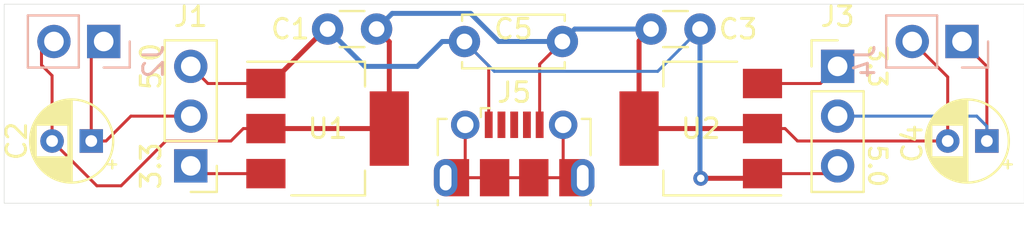
<source format=kicad_pcb>
(kicad_pcb (version 20171130) (host pcbnew "(5.1.9)-1")

  (general
    (thickness 1.6)
    (drawings 8)
    (tracks 75)
    (zones 0)
    (modules 12)
    (nets 11)
  )

  (page A4)
  (title_block
    (title "Breadboard USB power")
    (date 2019-04-16)
    (rev v01)
    (comment 4 "Author: Humza Tariq")
  )

  (layers
    (0 F.Cu jumper)
    (31 B.Cu signal)
    (36 B.SilkS user)
    (37 F.SilkS user)
    (38 B.Mask user)
    (39 F.Mask user)
    (40 Dwgs.User user hide)
    (41 Cmts.User user hide)
    (42 Eco1.User user hide)
    (43 Eco2.User user hide)
    (44 Edge.Cuts user)
    (45 Margin user hide)
    (46 B.CrtYd user hide)
    (47 F.CrtYd user hide)
    (48 B.Fab user hide)
    (49 F.Fab user hide)
  )

  (setup
    (last_trace_width 0.1524)
    (trace_clearance 0.1524)
    (zone_clearance 0.508)
    (zone_45_only no)
    (trace_min 0.1524)
    (via_size 0.6858)
    (via_drill 0.3302)
    (via_min_size 0.6858)
    (via_min_drill 0.3302)
    (uvia_size 0.3)
    (uvia_drill 0.1)
    (uvias_allowed no)
    (uvia_min_size 0.2)
    (uvia_min_drill 0.1)
    (edge_width 0.15)
    (segment_width 0.2)
    (pcb_text_width 0.3)
    (pcb_text_size 1.5 1.5)
    (mod_edge_width 0.15)
    (mod_text_size 1 1)
    (mod_text_width 0.15)
    (pad_size 1.524 1.524)
    (pad_drill 0.762)
    (pad_to_mask_clearance 0.0508)
    (solder_mask_min_width 0.25)
    (aux_axis_origin 0 0)
    (visible_elements 7FFFFFFF)
    (pcbplotparams
      (layerselection 0x010f0_ffffffff)
      (usegerberextensions true)
      (usegerberattributes false)
      (usegerberadvancedattributes false)
      (creategerberjobfile false)
      (excludeedgelayer true)
      (linewidth 0.100000)
      (plotframeref false)
      (viasonmask false)
      (mode 1)
      (useauxorigin false)
      (hpglpennumber 1)
      (hpglpenspeed 20)
      (hpglpendiameter 15.000000)
      (psnegative false)
      (psa4output false)
      (plotreference true)
      (plotvalue false)
      (plotinvisibletext false)
      (padsonsilk false)
      (subtractmaskfromsilk false)
      (outputformat 1)
      (mirror false)
      (drillshape 0)
      (scaleselection 1)
      (outputdirectory "Gerbers/"))
  )

  (net 0 "")
  (net 1 VBUS)
  (net 2 GNDREF)
  (net 3 "Net-(C2-Pad1)")
  (net 4 "Net-(C4-Pad1)")
  (net 5 "Net-(J5-Pad6)")
  (net 6 "Net-(J5-Pad2)")
  (net 7 "Net-(J5-Pad4)")
  (net 8 "Net-(J5-Pad3)")
  (net 9 "Net-(J1-Pad1)")
  (net 10 "Net-(J3-Pad1)")

  (net_class Default "This is the default net class."
    (clearance 0.1524)
    (trace_width 0.1524)
    (via_dia 0.6858)
    (via_drill 0.3302)
    (uvia_dia 0.3)
    (uvia_drill 0.1)
    (add_net GNDREF)
    (add_net "Net-(C2-Pad1)")
    (add_net "Net-(C4-Pad1)")
    (add_net "Net-(J1-Pad1)")
    (add_net "Net-(J3-Pad1)")
    (add_net "Net-(J5-Pad2)")
    (add_net "Net-(J5-Pad3)")
    (add_net "Net-(J5-Pad4)")
    (add_net "Net-(J5-Pad6)")
    (add_net VBUS)
  )

  (module Capacitor_THT:CP_Radial_D4.0mm_P2.00mm (layer F.Cu) (tedit 5AE50EF0) (tstamp 5CB81A96)
    (at 108.585 108.585 180)
    (descr "CP, Radial series, Radial, pin pitch=2.00mm, , diameter=4mm, Electrolytic Capacitor")
    (tags "CP Radial series Radial pin pitch 2.00mm  diameter 4mm Electrolytic Capacitor")
    (path /5CB65BEB)
    (fp_text reference C2 (at 3.81 0 270) (layer F.SilkS)
      (effects (font (size 1 1) (thickness 0.15)))
    )
    (fp_text value 10uF (at 1 3.25 180) (layer F.Fab)
      (effects (font (size 1 1) (thickness 0.15)))
    )
    (fp_circle (center 1 0) (end 3 0) (layer F.Fab) (width 0.1))
    (fp_circle (center 1 0) (end 3.12 0) (layer F.SilkS) (width 0.12))
    (fp_circle (center 1 0) (end 3.25 0) (layer F.CrtYd) (width 0.05))
    (fp_line (start -0.702554 -0.8675) (end -0.302554 -0.8675) (layer F.Fab) (width 0.1))
    (fp_line (start -0.502554 -1.0675) (end -0.502554 -0.6675) (layer F.Fab) (width 0.1))
    (fp_line (start 1 -2.08) (end 1 2.08) (layer F.SilkS) (width 0.12))
    (fp_line (start 1.04 -2.08) (end 1.04 2.08) (layer F.SilkS) (width 0.12))
    (fp_line (start 1.08 -2.079) (end 1.08 2.079) (layer F.SilkS) (width 0.12))
    (fp_line (start 1.12 -2.077) (end 1.12 2.077) (layer F.SilkS) (width 0.12))
    (fp_line (start 1.16 -2.074) (end 1.16 2.074) (layer F.SilkS) (width 0.12))
    (fp_line (start 1.2 -2.071) (end 1.2 -0.84) (layer F.SilkS) (width 0.12))
    (fp_line (start 1.2 0.84) (end 1.2 2.071) (layer F.SilkS) (width 0.12))
    (fp_line (start 1.24 -2.067) (end 1.24 -0.84) (layer F.SilkS) (width 0.12))
    (fp_line (start 1.24 0.84) (end 1.24 2.067) (layer F.SilkS) (width 0.12))
    (fp_line (start 1.28 -2.062) (end 1.28 -0.84) (layer F.SilkS) (width 0.12))
    (fp_line (start 1.28 0.84) (end 1.28 2.062) (layer F.SilkS) (width 0.12))
    (fp_line (start 1.32 -2.056) (end 1.32 -0.84) (layer F.SilkS) (width 0.12))
    (fp_line (start 1.32 0.84) (end 1.32 2.056) (layer F.SilkS) (width 0.12))
    (fp_line (start 1.36 -2.05) (end 1.36 -0.84) (layer F.SilkS) (width 0.12))
    (fp_line (start 1.36 0.84) (end 1.36 2.05) (layer F.SilkS) (width 0.12))
    (fp_line (start 1.4 -2.042) (end 1.4 -0.84) (layer F.SilkS) (width 0.12))
    (fp_line (start 1.4 0.84) (end 1.4 2.042) (layer F.SilkS) (width 0.12))
    (fp_line (start 1.44 -2.034) (end 1.44 -0.84) (layer F.SilkS) (width 0.12))
    (fp_line (start 1.44 0.84) (end 1.44 2.034) (layer F.SilkS) (width 0.12))
    (fp_line (start 1.48 -2.025) (end 1.48 -0.84) (layer F.SilkS) (width 0.12))
    (fp_line (start 1.48 0.84) (end 1.48 2.025) (layer F.SilkS) (width 0.12))
    (fp_line (start 1.52 -2.016) (end 1.52 -0.84) (layer F.SilkS) (width 0.12))
    (fp_line (start 1.52 0.84) (end 1.52 2.016) (layer F.SilkS) (width 0.12))
    (fp_line (start 1.56 -2.005) (end 1.56 -0.84) (layer F.SilkS) (width 0.12))
    (fp_line (start 1.56 0.84) (end 1.56 2.005) (layer F.SilkS) (width 0.12))
    (fp_line (start 1.6 -1.994) (end 1.6 -0.84) (layer F.SilkS) (width 0.12))
    (fp_line (start 1.6 0.84) (end 1.6 1.994) (layer F.SilkS) (width 0.12))
    (fp_line (start 1.64 -1.982) (end 1.64 -0.84) (layer F.SilkS) (width 0.12))
    (fp_line (start 1.64 0.84) (end 1.64 1.982) (layer F.SilkS) (width 0.12))
    (fp_line (start 1.68 -1.968) (end 1.68 -0.84) (layer F.SilkS) (width 0.12))
    (fp_line (start 1.68 0.84) (end 1.68 1.968) (layer F.SilkS) (width 0.12))
    (fp_line (start 1.721 -1.954) (end 1.721 -0.84) (layer F.SilkS) (width 0.12))
    (fp_line (start 1.721 0.84) (end 1.721 1.954) (layer F.SilkS) (width 0.12))
    (fp_line (start 1.761 -1.94) (end 1.761 -0.84) (layer F.SilkS) (width 0.12))
    (fp_line (start 1.761 0.84) (end 1.761 1.94) (layer F.SilkS) (width 0.12))
    (fp_line (start 1.801 -1.924) (end 1.801 -0.84) (layer F.SilkS) (width 0.12))
    (fp_line (start 1.801 0.84) (end 1.801 1.924) (layer F.SilkS) (width 0.12))
    (fp_line (start 1.841 -1.907) (end 1.841 -0.84) (layer F.SilkS) (width 0.12))
    (fp_line (start 1.841 0.84) (end 1.841 1.907) (layer F.SilkS) (width 0.12))
    (fp_line (start 1.881 -1.889) (end 1.881 -0.84) (layer F.SilkS) (width 0.12))
    (fp_line (start 1.881 0.84) (end 1.881 1.889) (layer F.SilkS) (width 0.12))
    (fp_line (start 1.921 -1.87) (end 1.921 -0.84) (layer F.SilkS) (width 0.12))
    (fp_line (start 1.921 0.84) (end 1.921 1.87) (layer F.SilkS) (width 0.12))
    (fp_line (start 1.961 -1.851) (end 1.961 -0.84) (layer F.SilkS) (width 0.12))
    (fp_line (start 1.961 0.84) (end 1.961 1.851) (layer F.SilkS) (width 0.12))
    (fp_line (start 2.001 -1.83) (end 2.001 -0.84) (layer F.SilkS) (width 0.12))
    (fp_line (start 2.001 0.84) (end 2.001 1.83) (layer F.SilkS) (width 0.12))
    (fp_line (start 2.041 -1.808) (end 2.041 -0.84) (layer F.SilkS) (width 0.12))
    (fp_line (start 2.041 0.84) (end 2.041 1.808) (layer F.SilkS) (width 0.12))
    (fp_line (start 2.081 -1.785) (end 2.081 -0.84) (layer F.SilkS) (width 0.12))
    (fp_line (start 2.081 0.84) (end 2.081 1.785) (layer F.SilkS) (width 0.12))
    (fp_line (start 2.121 -1.76) (end 2.121 -0.84) (layer F.SilkS) (width 0.12))
    (fp_line (start 2.121 0.84) (end 2.121 1.76) (layer F.SilkS) (width 0.12))
    (fp_line (start 2.161 -1.735) (end 2.161 -0.84) (layer F.SilkS) (width 0.12))
    (fp_line (start 2.161 0.84) (end 2.161 1.735) (layer F.SilkS) (width 0.12))
    (fp_line (start 2.201 -1.708) (end 2.201 -0.84) (layer F.SilkS) (width 0.12))
    (fp_line (start 2.201 0.84) (end 2.201 1.708) (layer F.SilkS) (width 0.12))
    (fp_line (start 2.241 -1.68) (end 2.241 -0.84) (layer F.SilkS) (width 0.12))
    (fp_line (start 2.241 0.84) (end 2.241 1.68) (layer F.SilkS) (width 0.12))
    (fp_line (start 2.281 -1.65) (end 2.281 -0.84) (layer F.SilkS) (width 0.12))
    (fp_line (start 2.281 0.84) (end 2.281 1.65) (layer F.SilkS) (width 0.12))
    (fp_line (start 2.321 -1.619) (end 2.321 -0.84) (layer F.SilkS) (width 0.12))
    (fp_line (start 2.321 0.84) (end 2.321 1.619) (layer F.SilkS) (width 0.12))
    (fp_line (start 2.361 -1.587) (end 2.361 -0.84) (layer F.SilkS) (width 0.12))
    (fp_line (start 2.361 0.84) (end 2.361 1.587) (layer F.SilkS) (width 0.12))
    (fp_line (start 2.401 -1.552) (end 2.401 -0.84) (layer F.SilkS) (width 0.12))
    (fp_line (start 2.401 0.84) (end 2.401 1.552) (layer F.SilkS) (width 0.12))
    (fp_line (start 2.441 -1.516) (end 2.441 -0.84) (layer F.SilkS) (width 0.12))
    (fp_line (start 2.441 0.84) (end 2.441 1.516) (layer F.SilkS) (width 0.12))
    (fp_line (start 2.481 -1.478) (end 2.481 -0.84) (layer F.SilkS) (width 0.12))
    (fp_line (start 2.481 0.84) (end 2.481 1.478) (layer F.SilkS) (width 0.12))
    (fp_line (start 2.521 -1.438) (end 2.521 -0.84) (layer F.SilkS) (width 0.12))
    (fp_line (start 2.521 0.84) (end 2.521 1.438) (layer F.SilkS) (width 0.12))
    (fp_line (start 2.561 -1.396) (end 2.561 -0.84) (layer F.SilkS) (width 0.12))
    (fp_line (start 2.561 0.84) (end 2.561 1.396) (layer F.SilkS) (width 0.12))
    (fp_line (start 2.601 -1.351) (end 2.601 -0.84) (layer F.SilkS) (width 0.12))
    (fp_line (start 2.601 0.84) (end 2.601 1.351) (layer F.SilkS) (width 0.12))
    (fp_line (start 2.641 -1.304) (end 2.641 -0.84) (layer F.SilkS) (width 0.12))
    (fp_line (start 2.641 0.84) (end 2.641 1.304) (layer F.SilkS) (width 0.12))
    (fp_line (start 2.681 -1.254) (end 2.681 -0.84) (layer F.SilkS) (width 0.12))
    (fp_line (start 2.681 0.84) (end 2.681 1.254) (layer F.SilkS) (width 0.12))
    (fp_line (start 2.721 -1.2) (end 2.721 -0.84) (layer F.SilkS) (width 0.12))
    (fp_line (start 2.721 0.84) (end 2.721 1.2) (layer F.SilkS) (width 0.12))
    (fp_line (start 2.761 -1.142) (end 2.761 -0.84) (layer F.SilkS) (width 0.12))
    (fp_line (start 2.761 0.84) (end 2.761 1.142) (layer F.SilkS) (width 0.12))
    (fp_line (start 2.801 -1.08) (end 2.801 -0.84) (layer F.SilkS) (width 0.12))
    (fp_line (start 2.801 0.84) (end 2.801 1.08) (layer F.SilkS) (width 0.12))
    (fp_line (start 2.841 -1.013) (end 2.841 1.013) (layer F.SilkS) (width 0.12))
    (fp_line (start 2.881 -0.94) (end 2.881 0.94) (layer F.SilkS) (width 0.12))
    (fp_line (start 2.921 -0.859) (end 2.921 0.859) (layer F.SilkS) (width 0.12))
    (fp_line (start 2.961 -0.768) (end 2.961 0.768) (layer F.SilkS) (width 0.12))
    (fp_line (start 3.001 -0.664) (end 3.001 0.664) (layer F.SilkS) (width 0.12))
    (fp_line (start 3.041 -0.537) (end 3.041 0.537) (layer F.SilkS) (width 0.12))
    (fp_line (start 3.081 -0.37) (end 3.081 0.37) (layer F.SilkS) (width 0.12))
    (fp_line (start -1.269801 -1.195) (end -0.869801 -1.195) (layer F.SilkS) (width 0.12))
    (fp_line (start -1.069801 -1.395) (end -1.069801 -0.995) (layer F.SilkS) (width 0.12))
    (fp_text user %R (at 1 0 180) (layer F.Fab)
      (effects (font (size 0.8 0.8) (thickness 0.12)))
    )
    (pad 2 thru_hole circle (at 2 0 180) (size 1.2 1.2) (drill 0.6) (layers *.Cu *.Mask)
      (net 2 GNDREF))
    (pad 1 thru_hole rect (at 0 0 180) (size 1.2 1.2) (drill 0.6) (layers *.Cu *.Mask)
      (net 3 "Net-(C2-Pad1)"))
    (model ${KISYS3DMOD}/Capacitor_THT.3dshapes/CP_Radial_D4.0mm_P2.00mm.wrl
      (at (xyz 0 0 0))
      (scale (xyz 1 1 1))
      (rotate (xyz 0 0 0))
    )
  )

  (module Capacitor_THT:C_Disc_D3.0mm_W1.6mm_P2.50mm (layer F.Cu) (tedit 5AE50EF0) (tstamp 5CC645C4)
    (at 120.65 102.87)
    (descr "C, Disc series, Radial, pin pitch=2.50mm, , diameter*width=3.0*1.6mm^2, Capacitor, http://www.vishay.com/docs/45233/krseries.pdf")
    (tags "C Disc series Radial pin pitch 2.50mm  diameter 3.0mm width 1.6mm Capacitor")
    (path /5CB54AD5)
    (fp_text reference C1 (at -1.905 0) (layer F.SilkS)
      (effects (font (size 1 1) (thickness 0.15)))
    )
    (fp_text value 0.1uF (at 1.25 2.05) (layer F.Fab)
      (effects (font (size 1 1) (thickness 0.15)))
    )
    (fp_line (start 3.55 -1.05) (end -1.05 -1.05) (layer F.CrtYd) (width 0.05))
    (fp_line (start 3.55 1.05) (end 3.55 -1.05) (layer F.CrtYd) (width 0.05))
    (fp_line (start -1.05 1.05) (end 3.55 1.05) (layer F.CrtYd) (width 0.05))
    (fp_line (start -1.05 -1.05) (end -1.05 1.05) (layer F.CrtYd) (width 0.05))
    (fp_line (start 0.621 0.92) (end 1.879 0.92) (layer F.SilkS) (width 0.12))
    (fp_line (start 0.621 -0.92) (end 1.879 -0.92) (layer F.SilkS) (width 0.12))
    (fp_line (start 2.75 -0.8) (end -0.25 -0.8) (layer F.Fab) (width 0.1))
    (fp_line (start 2.75 0.8) (end 2.75 -0.8) (layer F.Fab) (width 0.1))
    (fp_line (start -0.25 0.8) (end 2.75 0.8) (layer F.Fab) (width 0.1))
    (fp_line (start -0.25 -0.8) (end -0.25 0.8) (layer F.Fab) (width 0.1))
    (fp_text user %R (at 1.25 0) (layer F.Fab)
      (effects (font (size 0.6 0.6) (thickness 0.09)))
    )
    (pad 1 thru_hole circle (at 0 0) (size 1.6 1.6) (drill 0.8) (layers *.Cu *.Mask)
      (net 1 VBUS))
    (pad 2 thru_hole circle (at 2.5 0) (size 1.6 1.6) (drill 0.8) (layers *.Cu *.Mask)
      (net 2 GNDREF))
    (model ${KISYS3DMOD}/Capacitor_THT.3dshapes/C_Disc_D3.0mm_W1.6mm_P2.50mm.wrl
      (at (xyz 0 0 0))
      (scale (xyz 1 1 1))
      (rotate (xyz 0 0 0))
    )
  )

  (module Capacitor_THT:C_Disc_D3.0mm_W1.6mm_P2.50mm (layer F.Cu) (tedit 5AE50EF0) (tstamp 5CB6662E)
    (at 139.66 102.87 180)
    (descr "C, Disc series, Radial, pin pitch=2.50mm, , diameter*width=3.0*1.6mm^2, Capacitor, http://www.vishay.com/docs/45233/krseries.pdf")
    (tags "C Disc series Radial pin pitch 2.50mm  diameter 3.0mm width 1.6mm Capacitor")
    (path /5CB55482)
    (fp_text reference C3 (at -1.945 0 180) (layer F.SilkS)
      (effects (font (size 1 1) (thickness 0.15)))
    )
    (fp_text value 0.1uF (at 1.25 2.05 180) (layer F.Fab)
      (effects (font (size 1 1) (thickness 0.15)))
    )
    (fp_line (start -0.25 -0.8) (end -0.25 0.8) (layer F.Fab) (width 0.1))
    (fp_line (start -0.25 0.8) (end 2.75 0.8) (layer F.Fab) (width 0.1))
    (fp_line (start 2.75 0.8) (end 2.75 -0.8) (layer F.Fab) (width 0.1))
    (fp_line (start 2.75 -0.8) (end -0.25 -0.8) (layer F.Fab) (width 0.1))
    (fp_line (start 0.621 -0.92) (end 1.879 -0.92) (layer F.SilkS) (width 0.12))
    (fp_line (start 0.621 0.92) (end 1.879 0.92) (layer F.SilkS) (width 0.12))
    (fp_line (start -1.05 -1.05) (end -1.05 1.05) (layer F.CrtYd) (width 0.05))
    (fp_line (start -1.05 1.05) (end 3.55 1.05) (layer F.CrtYd) (width 0.05))
    (fp_line (start 3.55 1.05) (end 3.55 -1.05) (layer F.CrtYd) (width 0.05))
    (fp_line (start 3.55 -1.05) (end -1.05 -1.05) (layer F.CrtYd) (width 0.05))
    (fp_text user %R (at 1.25 0 180) (layer F.Fab)
      (effects (font (size 0.6 0.6) (thickness 0.09)))
    )
    (pad 2 thru_hole circle (at 2.5 0 180) (size 1.6 1.6) (drill 0.8) (layers *.Cu *.Mask)
      (net 2 GNDREF))
    (pad 1 thru_hole circle (at 0 0 180) (size 1.6 1.6) (drill 0.8) (layers *.Cu *.Mask)
      (net 1 VBUS))
    (model ${KISYS3DMOD}/Capacitor_THT.3dshapes/C_Disc_D3.0mm_W1.6mm_P2.50mm.wrl
      (at (xyz 0 0 0))
      (scale (xyz 1 1 1))
      (rotate (xyz 0 0 0))
    )
  )

  (module Capacitor_THT:CP_Radial_D4.0mm_P2.00mm (layer F.Cu) (tedit 5AE50EF0) (tstamp 5CB81CAE)
    (at 154.305 108.585 180)
    (descr "CP, Radial series, Radial, pin pitch=2.00mm, , diameter=4mm, Electrolytic Capacitor")
    (tags "CP Radial series Radial pin pitch 2.00mm  diameter 4mm Electrolytic Capacitor")
    (path /5CB65B9D)
    (fp_text reference C4 (at 3.81 -0.127 270) (layer F.SilkS)
      (effects (font (size 1 1) (thickness 0.15)))
    )
    (fp_text value 10uF (at 1 3.25 180) (layer F.Fab)
      (effects (font (size 1 1) (thickness 0.15)))
    )
    (fp_line (start -1.069801 -1.395) (end -1.069801 -0.995) (layer F.SilkS) (width 0.12))
    (fp_line (start -1.269801 -1.195) (end -0.869801 -1.195) (layer F.SilkS) (width 0.12))
    (fp_line (start 3.081 -0.37) (end 3.081 0.37) (layer F.SilkS) (width 0.12))
    (fp_line (start 3.041 -0.537) (end 3.041 0.537) (layer F.SilkS) (width 0.12))
    (fp_line (start 3.001 -0.664) (end 3.001 0.664) (layer F.SilkS) (width 0.12))
    (fp_line (start 2.961 -0.768) (end 2.961 0.768) (layer F.SilkS) (width 0.12))
    (fp_line (start 2.921 -0.859) (end 2.921 0.859) (layer F.SilkS) (width 0.12))
    (fp_line (start 2.881 -0.94) (end 2.881 0.94) (layer F.SilkS) (width 0.12))
    (fp_line (start 2.841 -1.013) (end 2.841 1.013) (layer F.SilkS) (width 0.12))
    (fp_line (start 2.801 0.84) (end 2.801 1.08) (layer F.SilkS) (width 0.12))
    (fp_line (start 2.801 -1.08) (end 2.801 -0.84) (layer F.SilkS) (width 0.12))
    (fp_line (start 2.761 0.84) (end 2.761 1.142) (layer F.SilkS) (width 0.12))
    (fp_line (start 2.761 -1.142) (end 2.761 -0.84) (layer F.SilkS) (width 0.12))
    (fp_line (start 2.721 0.84) (end 2.721 1.2) (layer F.SilkS) (width 0.12))
    (fp_line (start 2.721 -1.2) (end 2.721 -0.84) (layer F.SilkS) (width 0.12))
    (fp_line (start 2.681 0.84) (end 2.681 1.254) (layer F.SilkS) (width 0.12))
    (fp_line (start 2.681 -1.254) (end 2.681 -0.84) (layer F.SilkS) (width 0.12))
    (fp_line (start 2.641 0.84) (end 2.641 1.304) (layer F.SilkS) (width 0.12))
    (fp_line (start 2.641 -1.304) (end 2.641 -0.84) (layer F.SilkS) (width 0.12))
    (fp_line (start 2.601 0.84) (end 2.601 1.351) (layer F.SilkS) (width 0.12))
    (fp_line (start 2.601 -1.351) (end 2.601 -0.84) (layer F.SilkS) (width 0.12))
    (fp_line (start 2.561 0.84) (end 2.561 1.396) (layer F.SilkS) (width 0.12))
    (fp_line (start 2.561 -1.396) (end 2.561 -0.84) (layer F.SilkS) (width 0.12))
    (fp_line (start 2.521 0.84) (end 2.521 1.438) (layer F.SilkS) (width 0.12))
    (fp_line (start 2.521 -1.438) (end 2.521 -0.84) (layer F.SilkS) (width 0.12))
    (fp_line (start 2.481 0.84) (end 2.481 1.478) (layer F.SilkS) (width 0.12))
    (fp_line (start 2.481 -1.478) (end 2.481 -0.84) (layer F.SilkS) (width 0.12))
    (fp_line (start 2.441 0.84) (end 2.441 1.516) (layer F.SilkS) (width 0.12))
    (fp_line (start 2.441 -1.516) (end 2.441 -0.84) (layer F.SilkS) (width 0.12))
    (fp_line (start 2.401 0.84) (end 2.401 1.552) (layer F.SilkS) (width 0.12))
    (fp_line (start 2.401 -1.552) (end 2.401 -0.84) (layer F.SilkS) (width 0.12))
    (fp_line (start 2.361 0.84) (end 2.361 1.587) (layer F.SilkS) (width 0.12))
    (fp_line (start 2.361 -1.587) (end 2.361 -0.84) (layer F.SilkS) (width 0.12))
    (fp_line (start 2.321 0.84) (end 2.321 1.619) (layer F.SilkS) (width 0.12))
    (fp_line (start 2.321 -1.619) (end 2.321 -0.84) (layer F.SilkS) (width 0.12))
    (fp_line (start 2.281 0.84) (end 2.281 1.65) (layer F.SilkS) (width 0.12))
    (fp_line (start 2.281 -1.65) (end 2.281 -0.84) (layer F.SilkS) (width 0.12))
    (fp_line (start 2.241 0.84) (end 2.241 1.68) (layer F.SilkS) (width 0.12))
    (fp_line (start 2.241 -1.68) (end 2.241 -0.84) (layer F.SilkS) (width 0.12))
    (fp_line (start 2.201 0.84) (end 2.201 1.708) (layer F.SilkS) (width 0.12))
    (fp_line (start 2.201 -1.708) (end 2.201 -0.84) (layer F.SilkS) (width 0.12))
    (fp_line (start 2.161 0.84) (end 2.161 1.735) (layer F.SilkS) (width 0.12))
    (fp_line (start 2.161 -1.735) (end 2.161 -0.84) (layer F.SilkS) (width 0.12))
    (fp_line (start 2.121 0.84) (end 2.121 1.76) (layer F.SilkS) (width 0.12))
    (fp_line (start 2.121 -1.76) (end 2.121 -0.84) (layer F.SilkS) (width 0.12))
    (fp_line (start 2.081 0.84) (end 2.081 1.785) (layer F.SilkS) (width 0.12))
    (fp_line (start 2.081 -1.785) (end 2.081 -0.84) (layer F.SilkS) (width 0.12))
    (fp_line (start 2.041 0.84) (end 2.041 1.808) (layer F.SilkS) (width 0.12))
    (fp_line (start 2.041 -1.808) (end 2.041 -0.84) (layer F.SilkS) (width 0.12))
    (fp_line (start 2.001 0.84) (end 2.001 1.83) (layer F.SilkS) (width 0.12))
    (fp_line (start 2.001 -1.83) (end 2.001 -0.84) (layer F.SilkS) (width 0.12))
    (fp_line (start 1.961 0.84) (end 1.961 1.851) (layer F.SilkS) (width 0.12))
    (fp_line (start 1.961 -1.851) (end 1.961 -0.84) (layer F.SilkS) (width 0.12))
    (fp_line (start 1.921 0.84) (end 1.921 1.87) (layer F.SilkS) (width 0.12))
    (fp_line (start 1.921 -1.87) (end 1.921 -0.84) (layer F.SilkS) (width 0.12))
    (fp_line (start 1.881 0.84) (end 1.881 1.889) (layer F.SilkS) (width 0.12))
    (fp_line (start 1.881 -1.889) (end 1.881 -0.84) (layer F.SilkS) (width 0.12))
    (fp_line (start 1.841 0.84) (end 1.841 1.907) (layer F.SilkS) (width 0.12))
    (fp_line (start 1.841 -1.907) (end 1.841 -0.84) (layer F.SilkS) (width 0.12))
    (fp_line (start 1.801 0.84) (end 1.801 1.924) (layer F.SilkS) (width 0.12))
    (fp_line (start 1.801 -1.924) (end 1.801 -0.84) (layer F.SilkS) (width 0.12))
    (fp_line (start 1.761 0.84) (end 1.761 1.94) (layer F.SilkS) (width 0.12))
    (fp_line (start 1.761 -1.94) (end 1.761 -0.84) (layer F.SilkS) (width 0.12))
    (fp_line (start 1.721 0.84) (end 1.721 1.954) (layer F.SilkS) (width 0.12))
    (fp_line (start 1.721 -1.954) (end 1.721 -0.84) (layer F.SilkS) (width 0.12))
    (fp_line (start 1.68 0.84) (end 1.68 1.968) (layer F.SilkS) (width 0.12))
    (fp_line (start 1.68 -1.968) (end 1.68 -0.84) (layer F.SilkS) (width 0.12))
    (fp_line (start 1.64 0.84) (end 1.64 1.982) (layer F.SilkS) (width 0.12))
    (fp_line (start 1.64 -1.982) (end 1.64 -0.84) (layer F.SilkS) (width 0.12))
    (fp_line (start 1.6 0.84) (end 1.6 1.994) (layer F.SilkS) (width 0.12))
    (fp_line (start 1.6 -1.994) (end 1.6 -0.84) (layer F.SilkS) (width 0.12))
    (fp_line (start 1.56 0.84) (end 1.56 2.005) (layer F.SilkS) (width 0.12))
    (fp_line (start 1.56 -2.005) (end 1.56 -0.84) (layer F.SilkS) (width 0.12))
    (fp_line (start 1.52 0.84) (end 1.52 2.016) (layer F.SilkS) (width 0.12))
    (fp_line (start 1.52 -2.016) (end 1.52 -0.84) (layer F.SilkS) (width 0.12))
    (fp_line (start 1.48 0.84) (end 1.48 2.025) (layer F.SilkS) (width 0.12))
    (fp_line (start 1.48 -2.025) (end 1.48 -0.84) (layer F.SilkS) (width 0.12))
    (fp_line (start 1.44 0.84) (end 1.44 2.034) (layer F.SilkS) (width 0.12))
    (fp_line (start 1.44 -2.034) (end 1.44 -0.84) (layer F.SilkS) (width 0.12))
    (fp_line (start 1.4 0.84) (end 1.4 2.042) (layer F.SilkS) (width 0.12))
    (fp_line (start 1.4 -2.042) (end 1.4 -0.84) (layer F.SilkS) (width 0.12))
    (fp_line (start 1.36 0.84) (end 1.36 2.05) (layer F.SilkS) (width 0.12))
    (fp_line (start 1.36 -2.05) (end 1.36 -0.84) (layer F.SilkS) (width 0.12))
    (fp_line (start 1.32 0.84) (end 1.32 2.056) (layer F.SilkS) (width 0.12))
    (fp_line (start 1.32 -2.056) (end 1.32 -0.84) (layer F.SilkS) (width 0.12))
    (fp_line (start 1.28 0.84) (end 1.28 2.062) (layer F.SilkS) (width 0.12))
    (fp_line (start 1.28 -2.062) (end 1.28 -0.84) (layer F.SilkS) (width 0.12))
    (fp_line (start 1.24 0.84) (end 1.24 2.067) (layer F.SilkS) (width 0.12))
    (fp_line (start 1.24 -2.067) (end 1.24 -0.84) (layer F.SilkS) (width 0.12))
    (fp_line (start 1.2 0.84) (end 1.2 2.071) (layer F.SilkS) (width 0.12))
    (fp_line (start 1.2 -2.071) (end 1.2 -0.84) (layer F.SilkS) (width 0.12))
    (fp_line (start 1.16 -2.074) (end 1.16 2.074) (layer F.SilkS) (width 0.12))
    (fp_line (start 1.12 -2.077) (end 1.12 2.077) (layer F.SilkS) (width 0.12))
    (fp_line (start 1.08 -2.079) (end 1.08 2.079) (layer F.SilkS) (width 0.12))
    (fp_line (start 1.04 -2.08) (end 1.04 2.08) (layer F.SilkS) (width 0.12))
    (fp_line (start 1 -2.08) (end 1 2.08) (layer F.SilkS) (width 0.12))
    (fp_line (start -0.502554 -1.0675) (end -0.502554 -0.6675) (layer F.Fab) (width 0.1))
    (fp_line (start -0.702554 -0.8675) (end -0.302554 -0.8675) (layer F.Fab) (width 0.1))
    (fp_circle (center 1 0) (end 3.25 0) (layer F.CrtYd) (width 0.05))
    (fp_circle (center 1 0) (end 3.12 0) (layer F.SilkS) (width 0.12))
    (fp_circle (center 1 0) (end 3 0) (layer F.Fab) (width 0.1))
    (fp_text user %R (at 1 0 180) (layer F.Fab)
      (effects (font (size 0.8 0.8) (thickness 0.12)))
    )
    (pad 1 thru_hole rect (at 0 0 180) (size 1.2 1.2) (drill 0.6) (layers *.Cu *.Mask)
      (net 4 "Net-(C4-Pad1)"))
    (pad 2 thru_hole circle (at 2 0 180) (size 1.2 1.2) (drill 0.6) (layers *.Cu *.Mask)
      (net 2 GNDREF))
    (model ${KISYS3DMOD}/Capacitor_THT.3dshapes/CP_Radial_D4.0mm_P2.00mm.wrl
      (at (xyz 0 0 0))
      (scale (xyz 1 1 1))
      (rotate (xyz 0 0 0))
    )
  )

  (module Capacitor_THT:C_Disc_D5.0mm_W2.5mm_P5.00mm (layer F.Cu) (tedit 5AE50EF0) (tstamp 5CC67F6C)
    (at 127.635 103.505)
    (descr "C, Disc series, Radial, pin pitch=5.00mm, , diameter*width=5*2.5mm^2, Capacitor, http://cdn-reichelt.de/documents/datenblatt/B300/DS_KERKO_TC.pdf")
    (tags "C Disc series Radial pin pitch 5.00mm  diameter 5mm width 2.5mm Capacitor")
    (path /5CB6301A)
    (fp_text reference C5 (at 2.5 -0.635) (layer F.SilkS)
      (effects (font (size 1 1) (thickness 0.15)))
    )
    (fp_text value 0.1uF (at 2.5 2.5) (layer F.Fab)
      (effects (font (size 1 1) (thickness 0.15)))
    )
    (fp_line (start 6.05 -1.5) (end -1.05 -1.5) (layer F.CrtYd) (width 0.05))
    (fp_line (start 6.05 1.5) (end 6.05 -1.5) (layer F.CrtYd) (width 0.05))
    (fp_line (start -1.05 1.5) (end 6.05 1.5) (layer F.CrtYd) (width 0.05))
    (fp_line (start -1.05 -1.5) (end -1.05 1.5) (layer F.CrtYd) (width 0.05))
    (fp_line (start 5.12 1.055) (end 5.12 1.37) (layer F.SilkS) (width 0.12))
    (fp_line (start 5.12 -1.37) (end 5.12 -1.055) (layer F.SilkS) (width 0.12))
    (fp_line (start -0.12 1.055) (end -0.12 1.37) (layer F.SilkS) (width 0.12))
    (fp_line (start -0.12 -1.37) (end -0.12 -1.055) (layer F.SilkS) (width 0.12))
    (fp_line (start -0.12 1.37) (end 5.12 1.37) (layer F.SilkS) (width 0.12))
    (fp_line (start -0.12 -1.37) (end 5.12 -1.37) (layer F.SilkS) (width 0.12))
    (fp_line (start 5 -1.25) (end 0 -1.25) (layer F.Fab) (width 0.1))
    (fp_line (start 5 1.25) (end 5 -1.25) (layer F.Fab) (width 0.1))
    (fp_line (start 0 1.25) (end 5 1.25) (layer F.Fab) (width 0.1))
    (fp_line (start 0 -1.25) (end 0 1.25) (layer F.Fab) (width 0.1))
    (fp_text user %R (at 2.5 0) (layer F.Fab)
      (effects (font (size 1 1) (thickness 0.15)))
    )
    (pad 1 thru_hole circle (at 0 0) (size 1.6 1.6) (drill 0.8) (layers *.Cu *.Mask)
      (net 1 VBUS))
    (pad 2 thru_hole circle (at 5 0) (size 1.6 1.6) (drill 0.8) (layers *.Cu *.Mask)
      (net 2 GNDREF))
    (model ${KISYS3DMOD}/Capacitor_THT.3dshapes/C_Disc_D5.0mm_W2.5mm_P5.00mm.wrl
      (at (xyz 0 0 0))
      (scale (xyz 1 1 1))
      (rotate (xyz 0 0 0))
    )
  )

  (module Connector_PinHeader_2.54mm:PinHeader_1x03_P2.54mm_Vertical (layer F.Cu) (tedit 59FED5CC) (tstamp 5CB7F77A)
    (at 113.665 109.855 180)
    (descr "Through hole straight pin header, 1x03, 2.54mm pitch, single row")
    (tags "Through hole pin header THT 1x03 2.54mm single row")
    (path /5CB574E7)
    (fp_text reference J1 (at 0 7.62 180) (layer F.SilkS)
      (effects (font (size 1 1) (thickness 0.15)))
    )
    (fp_text value Conn_01x03_Male (at 0 7.41 180) (layer F.Fab)
      (effects (font (size 1 1) (thickness 0.15)))
    )
    (fp_line (start 1.8 -1.8) (end -1.8 -1.8) (layer F.CrtYd) (width 0.05))
    (fp_line (start 1.8 6.85) (end 1.8 -1.8) (layer F.CrtYd) (width 0.05))
    (fp_line (start -1.8 6.85) (end 1.8 6.85) (layer F.CrtYd) (width 0.05))
    (fp_line (start -1.8 -1.8) (end -1.8 6.85) (layer F.CrtYd) (width 0.05))
    (fp_line (start -1.33 -1.33) (end 0 -1.33) (layer F.SilkS) (width 0.12))
    (fp_line (start -1.33 0) (end -1.33 -1.33) (layer F.SilkS) (width 0.12))
    (fp_line (start -1.33 1.27) (end 1.33 1.27) (layer F.SilkS) (width 0.12))
    (fp_line (start 1.33 1.27) (end 1.33 6.41) (layer F.SilkS) (width 0.12))
    (fp_line (start -1.33 1.27) (end -1.33 6.41) (layer F.SilkS) (width 0.12))
    (fp_line (start -1.33 6.41) (end 1.33 6.41) (layer F.SilkS) (width 0.12))
    (fp_line (start -1.27 -0.635) (end -0.635 -1.27) (layer F.Fab) (width 0.1))
    (fp_line (start -1.27 6.35) (end -1.27 -0.635) (layer F.Fab) (width 0.1))
    (fp_line (start 1.27 6.35) (end -1.27 6.35) (layer F.Fab) (width 0.1))
    (fp_line (start 1.27 -1.27) (end 1.27 6.35) (layer F.Fab) (width 0.1))
    (fp_line (start -0.635 -1.27) (end 1.27 -1.27) (layer F.Fab) (width 0.1))
    (fp_text user %R (at 0 2.54 270) (layer F.Fab)
      (effects (font (size 1 1) (thickness 0.15)))
    )
    (pad 1 thru_hole rect (at 0 0 180) (size 1.7 1.7) (drill 1) (layers *.Cu *.Mask)
      (net 9 "Net-(J1-Pad1)"))
    (pad 2 thru_hole oval (at 0 2.54 180) (size 1.7 1.7) (drill 1) (layers *.Cu *.Mask)
      (net 3 "Net-(C2-Pad1)"))
    (pad 3 thru_hole oval (at 0 5.08 180) (size 1.7 1.7) (drill 1) (layers *.Cu *.Mask)
      (net 1 VBUS))
    (model ${KISYS3DMOD}/Connector_PinHeader_2.54mm.3dshapes/PinHeader_1x03_P2.54mm_Vertical.wrl
      (at (xyz 0 0 0))
      (scale (xyz 1 1 1))
      (rotate (xyz 0 0 0))
    )
  )

  (module Connector_PinHeader_2.54mm:PinHeader_1x02_P2.54mm_Vertical (layer B.Cu) (tedit 5CB7D43C) (tstamp 5CB7D276)
    (at 109.22 103.505 90)
    (descr "Through hole straight pin header, 1x02, 2.54mm pitch, single row")
    (tags "Through hole pin header THT 1x02 2.54mm single row")
    (path /5CB5AEE9)
    (fp_text reference J2 (at -1.016 2.54 90) (layer B.SilkS)
      (effects (font (size 1 1) (thickness 0.15)) (justify mirror))
    )
    (fp_text value Conn_01x02_Male (at 0 -4.87 90) (layer B.Fab)
      (effects (font (size 1 1) (thickness 0.15)) (justify mirror))
    )
    (fp_line (start -0.635 1.27) (end 1.27 1.27) (layer B.Fab) (width 0.1))
    (fp_line (start 1.27 1.27) (end 1.27 -3.81) (layer B.Fab) (width 0.1))
    (fp_line (start 1.27 -3.81) (end -1.27 -3.81) (layer B.Fab) (width 0.1))
    (fp_line (start -1.27 -3.81) (end -1.27 0.635) (layer B.Fab) (width 0.1))
    (fp_line (start -1.27 0.635) (end -0.635 1.27) (layer B.Fab) (width 0.1))
    (fp_line (start -1.33 -3.87) (end 1.33 -3.87) (layer B.SilkS) (width 0.12))
    (fp_line (start -1.33 -1.27) (end -1.33 -3.87) (layer B.SilkS) (width 0.12))
    (fp_line (start 1.33 -1.27) (end 1.33 -3.87) (layer B.SilkS) (width 0.12))
    (fp_line (start -1.33 -1.27) (end 1.33 -1.27) (layer B.SilkS) (width 0.12))
    (fp_line (start -1.33 0) (end -1.33 1.33) (layer B.SilkS) (width 0.12))
    (fp_line (start -1.33 1.33) (end 0 1.33) (layer B.SilkS) (width 0.12))
    (fp_line (start -1.8 1.8) (end -1.8 -4.35) (layer B.CrtYd) (width 0.05))
    (fp_line (start -1.8 -4.35) (end 1.8 -4.35) (layer B.CrtYd) (width 0.05))
    (fp_line (start 1.8 -4.35) (end 1.8 1.8) (layer B.CrtYd) (width 0.05))
    (fp_line (start 1.8 1.8) (end -1.8 1.8) (layer B.CrtYd) (width 0.05))
    (fp_text user %R (at 0 -1.27) (layer B.Fab)
      (effects (font (size 1 1) (thickness 0.15)) (justify mirror))
    )
    (pad 2 thru_hole oval (at 0 -2.54 90) (size 1.7 1.7) (drill 1) (layers *.Cu *.Mask)
      (net 2 GNDREF))
    (pad 1 thru_hole rect (at 0 0 90) (size 1.7 1.7) (drill 1) (layers *.Cu *.Mask)
      (net 3 "Net-(C2-Pad1)"))
    (model ${KISYS3DMOD}/Connector_PinHeader_2.54mm.3dshapes/PinHeader_1x02_P2.54mm_Vertical.wrl
      (at (xyz 0 0 0))
      (scale (xyz 1 1 1))
      (rotate (xyz 0 0 0))
    )
  )

  (module Connector_PinHeader_2.54mm:PinHeader_1x03_P2.54mm_Vertical (layer F.Cu) (tedit 5CB7CD55) (tstamp 5CB7F858)
    (at 146.685 104.775)
    (descr "Through hole straight pin header, 1x03, 2.54mm pitch, single row")
    (tags "Through hole pin header THT 1x03 2.54mm single row")
    (path /5CB57FD9)
    (fp_text reference J3 (at 0 -2.54) (layer F.SilkS)
      (effects (font (size 1 1) (thickness 0.15)))
    )
    (fp_text value Conn_01x03_Male (at 0 7.41) (layer F.Fab)
      (effects (font (size 1 1) (thickness 0.15)))
    )
    (fp_line (start -0.635 -1.27) (end 1.27 -1.27) (layer F.Fab) (width 0.1))
    (fp_line (start 1.27 -1.27) (end 1.27 6.35) (layer F.Fab) (width 0.1))
    (fp_line (start 1.27 6.35) (end -1.27 6.35) (layer F.Fab) (width 0.1))
    (fp_line (start -1.27 6.35) (end -1.27 -0.635) (layer F.Fab) (width 0.1))
    (fp_line (start -1.27 -0.635) (end -0.635 -1.27) (layer F.Fab) (width 0.1))
    (fp_line (start -1.33 6.41) (end 1.33 6.41) (layer F.SilkS) (width 0.12))
    (fp_line (start -1.33 1.27) (end -1.33 6.41) (layer F.SilkS) (width 0.12))
    (fp_line (start 1.33 1.27) (end 1.33 6.41) (layer F.SilkS) (width 0.12))
    (fp_line (start -1.33 1.27) (end 1.33 1.27) (layer F.SilkS) (width 0.12))
    (fp_line (start -1.33 0) (end -1.33 -1.33) (layer F.SilkS) (width 0.12))
    (fp_line (start -1.33 -1.33) (end 0 -1.33) (layer F.SilkS) (width 0.12))
    (fp_line (start -1.8 -1.8) (end -1.8 6.85) (layer F.CrtYd) (width 0.05))
    (fp_line (start -1.8 6.85) (end 1.8 6.85) (layer F.CrtYd) (width 0.05))
    (fp_line (start 1.8 6.85) (end 1.8 -1.8) (layer F.CrtYd) (width 0.05))
    (fp_line (start 1.8 -1.8) (end -1.8 -1.8) (layer F.CrtYd) (width 0.05))
    (fp_text user %R (at 0 2.54 90) (layer F.Fab)
      (effects (font (size 1 1) (thickness 0.15)))
    )
    (pad 3 thru_hole oval (at 0 5.08) (size 1.7 1.7) (drill 1) (layers *.Cu *.Mask)
      (net 1 VBUS))
    (pad 2 thru_hole oval (at 0 2.54) (size 1.7 1.7) (drill 1) (layers *.Cu *.Mask)
      (net 4 "Net-(C4-Pad1)"))
    (pad 1 thru_hole rect (at 0 0) (size 1.7 1.7) (drill 1) (layers *.Cu *.Mask)
      (net 10 "Net-(J3-Pad1)"))
    (model ${KISYS3DMOD}/Connector_PinHeader_2.54mm.3dshapes/PinHeader_1x03_P2.54mm_Vertical.wrl
      (at (xyz 0 0 0))
      (scale (xyz 1 1 1))
      (rotate (xyz 0 0 0))
    )
  )

  (module Connector_PinHeader_2.54mm:PinHeader_1x02_P2.54mm_Vertical (layer B.Cu) (tedit 59FED5CC) (tstamp 5CB7D5BB)
    (at 153.035 103.505 90)
    (descr "Through hole straight pin header, 1x02, 2.54mm pitch, single row")
    (tags "Through hole pin header THT 1x02 2.54mm single row")
    (path /5CB5A6B2)
    (fp_text reference J4 (at -1.016 -4.953 90) (layer B.SilkS)
      (effects (font (size 1 1) (thickness 0.15)) (justify mirror))
    )
    (fp_text value Conn_01x02_Male (at 0 -4.87 90) (layer B.Fab)
      (effects (font (size 1 1) (thickness 0.15)) (justify mirror))
    )
    (fp_line (start 1.8 1.8) (end -1.8 1.8) (layer B.CrtYd) (width 0.05))
    (fp_line (start 1.8 -4.35) (end 1.8 1.8) (layer B.CrtYd) (width 0.05))
    (fp_line (start -1.8 -4.35) (end 1.8 -4.35) (layer B.CrtYd) (width 0.05))
    (fp_line (start -1.8 1.8) (end -1.8 -4.35) (layer B.CrtYd) (width 0.05))
    (fp_line (start -1.33 1.33) (end 0 1.33) (layer B.SilkS) (width 0.12))
    (fp_line (start -1.33 0) (end -1.33 1.33) (layer B.SilkS) (width 0.12))
    (fp_line (start -1.33 -1.27) (end 1.33 -1.27) (layer B.SilkS) (width 0.12))
    (fp_line (start 1.33 -1.27) (end 1.33 -3.87) (layer B.SilkS) (width 0.12))
    (fp_line (start -1.33 -1.27) (end -1.33 -3.87) (layer B.SilkS) (width 0.12))
    (fp_line (start -1.33 -3.87) (end 1.33 -3.87) (layer B.SilkS) (width 0.12))
    (fp_line (start -1.27 0.635) (end -0.635 1.27) (layer B.Fab) (width 0.1))
    (fp_line (start -1.27 -3.81) (end -1.27 0.635) (layer B.Fab) (width 0.1))
    (fp_line (start 1.27 -3.81) (end -1.27 -3.81) (layer B.Fab) (width 0.1))
    (fp_line (start 1.27 1.27) (end 1.27 -3.81) (layer B.Fab) (width 0.1))
    (fp_line (start -0.635 1.27) (end 1.27 1.27) (layer B.Fab) (width 0.1))
    (fp_text user %R (at 0 -1.27) (layer B.Fab)
      (effects (font (size 1 1) (thickness 0.15)) (justify mirror))
    )
    (pad 1 thru_hole rect (at 0 0 90) (size 1.7 1.7) (drill 1) (layers *.Cu *.Mask)
      (net 4 "Net-(C4-Pad1)"))
    (pad 2 thru_hole oval (at 0 -2.54 90) (size 1.7 1.7) (drill 1) (layers *.Cu *.Mask)
      (net 2 GNDREF))
    (model ${KISYS3DMOD}/Connector_PinHeader_2.54mm.3dshapes/PinHeader_1x02_P2.54mm_Vertical.wrl
      (at (xyz 0 0 0))
      (scale (xyz 1 1 1))
      (rotate (xyz 0 0 0))
    )
  )

  (module Connector_USB:USB_Micro-B_Molex-105017-0001 (layer F.Cu) (tedit 5A1DC0BE) (tstamp 5CB8295F)
    (at 130.175 109.22)
    (descr http://www.molex.com/pdm_docs/sd/1050170001_sd.pdf)
    (tags "Micro-USB SMD Typ-B")
    (path /5CB5386C)
    (attr smd)
    (fp_text reference J5 (at 0 -3.1125) (layer F.SilkS)
      (effects (font (size 1 1) (thickness 0.15)))
    )
    (fp_text value USB_B_Micro (at 0.3 4.3375) (layer F.Fab)
      (effects (font (size 1 1) (thickness 0.15)))
    )
    (fp_line (start -1.1 -2.1225) (end -1.1 -1.9125) (layer F.Fab) (width 0.1))
    (fp_line (start -1.5 -2.1225) (end -1.5 -1.9125) (layer F.Fab) (width 0.1))
    (fp_line (start -1.5 -2.1225) (end -1.1 -2.1225) (layer F.Fab) (width 0.1))
    (fp_line (start -1.1 -1.9125) (end -1.3 -1.7125) (layer F.Fab) (width 0.1))
    (fp_line (start -1.3 -1.7125) (end -1.5 -1.9125) (layer F.Fab) (width 0.1))
    (fp_line (start -1.7 -2.3125) (end -1.7 -1.8625) (layer F.SilkS) (width 0.12))
    (fp_line (start -1.7 -2.3125) (end -1.25 -2.3125) (layer F.SilkS) (width 0.12))
    (fp_line (start 3.9 -1.7625) (end 3.45 -1.7625) (layer F.SilkS) (width 0.12))
    (fp_line (start 3.9 0.0875) (end 3.9 -1.7625) (layer F.SilkS) (width 0.12))
    (fp_line (start -3.9 2.6375) (end -3.9 2.3875) (layer F.SilkS) (width 0.12))
    (fp_line (start -3.75 3.3875) (end -3.75 -1.6125) (layer F.Fab) (width 0.1))
    (fp_line (start -3.75 -1.6125) (end 3.75 -1.6125) (layer F.Fab) (width 0.1))
    (fp_line (start -3.75 3.389204) (end 3.75 3.389204) (layer F.Fab) (width 0.1))
    (fp_line (start -3 2.689204) (end 3 2.689204) (layer F.Fab) (width 0.1))
    (fp_line (start 3.75 3.3875) (end 3.75 -1.6125) (layer F.Fab) (width 0.1))
    (fp_line (start 3.9 2.6375) (end 3.9 2.3875) (layer F.SilkS) (width 0.12))
    (fp_line (start -3.9 0.0875) (end -3.9 -1.7625) (layer F.SilkS) (width 0.12))
    (fp_line (start -3.9 -1.7625) (end -3.45 -1.7625) (layer F.SilkS) (width 0.12))
    (fp_line (start -4.4 3.64) (end -4.4 -2.46) (layer F.CrtYd) (width 0.05))
    (fp_line (start -4.4 -2.46) (end 4.4 -2.46) (layer F.CrtYd) (width 0.05))
    (fp_line (start 4.4 -2.46) (end 4.4 3.64) (layer F.CrtYd) (width 0.05))
    (fp_line (start -4.4 3.64) (end 4.4 3.64) (layer F.CrtYd) (width 0.05))
    (fp_text user "PCB Edge" (at 0 2.6875) (layer Dwgs.User)
      (effects (font (size 0.5 0.5) (thickness 0.08)))
    )
    (fp_text user %R (at 0 0.8875) (layer F.Fab)
      (effects (font (size 1 1) (thickness 0.15)))
    )
    (pad 6 smd rect (at 1 1.2375) (size 1.5 1.9) (layers F.Cu F.Paste F.Mask)
      (net 5 "Net-(J5-Pad6)"))
    (pad 6 thru_hole circle (at -2.5 -1.4625) (size 1.45 1.45) (drill 0.85) (layers *.Cu *.Mask)
      (net 5 "Net-(J5-Pad6)"))
    (pad 2 smd rect (at -0.65 -1.4625) (size 0.4 1.35) (layers F.Cu F.Paste F.Mask)
      (net 6 "Net-(J5-Pad2)"))
    (pad 1 smd rect (at -1.3 -1.4625) (size 0.4 1.35) (layers F.Cu F.Paste F.Mask)
      (net 1 VBUS))
    (pad 5 smd rect (at 1.3 -1.4625) (size 0.4 1.35) (layers F.Cu F.Paste F.Mask)
      (net 2 GNDREF))
    (pad 4 smd rect (at 0.65 -1.4625) (size 0.4 1.35) (layers F.Cu F.Paste F.Mask)
      (net 7 "Net-(J5-Pad4)"))
    (pad 3 smd rect (at 0 -1.4625) (size 0.4 1.35) (layers F.Cu F.Paste F.Mask)
      (net 8 "Net-(J5-Pad3)"))
    (pad 6 thru_hole circle (at 2.5 -1.4625) (size 1.45 1.45) (drill 0.85) (layers *.Cu *.Mask)
      (net 5 "Net-(J5-Pad6)"))
    (pad 6 smd rect (at -1 1.2375) (size 1.5 1.9) (layers F.Cu F.Paste F.Mask)
      (net 5 "Net-(J5-Pad6)"))
    (pad 6 thru_hole oval (at -3.5 1.2375 180) (size 1.2 1.9) (drill oval 0.6 1.3) (layers *.Cu *.Mask)
      (net 5 "Net-(J5-Pad6)"))
    (pad 6 thru_hole oval (at 3.5 1.2375) (size 1.2 1.9) (drill oval 0.6 1.3) (layers *.Cu *.Mask)
      (net 5 "Net-(J5-Pad6)"))
    (pad 6 smd rect (at 2.9 1.2375) (size 1.2 1.9) (layers F.Cu F.Mask)
      (net 5 "Net-(J5-Pad6)"))
    (pad 6 smd rect (at -2.9 1.2375) (size 1.2 1.9) (layers F.Cu F.Mask)
      (net 5 "Net-(J5-Pad6)"))
    (model ${KISYS3DMOD}/Connector_USB.3dshapes/USB_Micro-B_Molex-105017-0001.wrl
      (at (xyz 0 0 0))
      (scale (xyz 1 1 1))
      (rotate (xyz 0 0 0))
    )
  )

  (module Package_TO_SOT_SMD:SOT-223-3_TabPin2 (layer F.Cu) (tedit 5A02FF57) (tstamp 5CB665C2)
    (at 120.65 107.95)
    (descr "module CMS SOT223 4 pins")
    (tags "CMS SOT")
    (path /5CB5F73D)
    (attr smd)
    (fp_text reference U1 (at 0 0) (layer F.SilkS)
      (effects (font (size 1 1) (thickness 0.15)))
    )
    (fp_text value LM2937xMP (at 0 4.5) (layer F.Fab)
      (effects (font (size 1 1) (thickness 0.15)))
    )
    (fp_line (start 1.91 3.41) (end 1.91 2.15) (layer F.SilkS) (width 0.12))
    (fp_line (start 1.91 -3.41) (end 1.91 -2.15) (layer F.SilkS) (width 0.12))
    (fp_line (start 4.4 -3.6) (end -4.4 -3.6) (layer F.CrtYd) (width 0.05))
    (fp_line (start 4.4 3.6) (end 4.4 -3.6) (layer F.CrtYd) (width 0.05))
    (fp_line (start -4.4 3.6) (end 4.4 3.6) (layer F.CrtYd) (width 0.05))
    (fp_line (start -4.4 -3.6) (end -4.4 3.6) (layer F.CrtYd) (width 0.05))
    (fp_line (start -1.85 -2.35) (end -0.85 -3.35) (layer F.Fab) (width 0.1))
    (fp_line (start -1.85 -2.35) (end -1.85 3.35) (layer F.Fab) (width 0.1))
    (fp_line (start -1.85 3.41) (end 1.91 3.41) (layer F.SilkS) (width 0.12))
    (fp_line (start -0.85 -3.35) (end 1.85 -3.35) (layer F.Fab) (width 0.1))
    (fp_line (start -4.1 -3.41) (end 1.91 -3.41) (layer F.SilkS) (width 0.12))
    (fp_line (start -1.85 3.35) (end 1.85 3.35) (layer F.Fab) (width 0.1))
    (fp_line (start 1.85 -3.35) (end 1.85 3.35) (layer F.Fab) (width 0.1))
    (fp_text user %R (at 0 0 90) (layer F.Fab)
      (effects (font (size 0.8 0.8) (thickness 0.12)))
    )
    (pad 1 smd rect (at -3.15 -2.3) (size 2 1.5) (layers F.Cu F.Paste F.Mask)
      (net 1 VBUS))
    (pad 3 smd rect (at -3.15 2.3) (size 2 1.5) (layers F.Cu F.Paste F.Mask)
      (net 9 "Net-(J1-Pad1)"))
    (pad 2 smd rect (at -3.15 0) (size 2 1.5) (layers F.Cu F.Paste F.Mask)
      (net 2 GNDREF))
    (pad 2 smd rect (at 3.15 0) (size 2 3.8) (layers F.Cu F.Paste F.Mask)
      (net 2 GNDREF))
    (model ${KISYS3DMOD}/Package_TO_SOT_SMD.3dshapes/SOT-223.wrl
      (at (xyz 0 0 0))
      (scale (xyz 1 1 1))
      (rotate (xyz 0 0 0))
    )
  )

  (module Package_TO_SOT_SMD:SOT-223-3_TabPin2 (layer F.Cu) (tedit 5A02FF57) (tstamp 5CB68FE0)
    (at 139.7 107.95 180)
    (descr "module CMS SOT223 4 pins")
    (tags "CMS SOT")
    (path /5CB5F6C4)
    (attr smd)
    (fp_text reference U2 (at 0 0 180) (layer F.SilkS)
      (effects (font (size 1 1) (thickness 0.15)))
    )
    (fp_text value LM2937xMP (at 0 4.5 180) (layer F.Fab)
      (effects (font (size 1 1) (thickness 0.15)))
    )
    (fp_line (start 1.85 -3.35) (end 1.85 3.35) (layer F.Fab) (width 0.1))
    (fp_line (start -1.85 3.35) (end 1.85 3.35) (layer F.Fab) (width 0.1))
    (fp_line (start -4.1 -3.41) (end 1.91 -3.41) (layer F.SilkS) (width 0.12))
    (fp_line (start -0.85 -3.35) (end 1.85 -3.35) (layer F.Fab) (width 0.1))
    (fp_line (start -1.85 3.41) (end 1.91 3.41) (layer F.SilkS) (width 0.12))
    (fp_line (start -1.85 -2.35) (end -1.85 3.35) (layer F.Fab) (width 0.1))
    (fp_line (start -1.85 -2.35) (end -0.85 -3.35) (layer F.Fab) (width 0.1))
    (fp_line (start -4.4 -3.6) (end -4.4 3.6) (layer F.CrtYd) (width 0.05))
    (fp_line (start -4.4 3.6) (end 4.4 3.6) (layer F.CrtYd) (width 0.05))
    (fp_line (start 4.4 3.6) (end 4.4 -3.6) (layer F.CrtYd) (width 0.05))
    (fp_line (start 4.4 -3.6) (end -4.4 -3.6) (layer F.CrtYd) (width 0.05))
    (fp_line (start 1.91 -3.41) (end 1.91 -2.15) (layer F.SilkS) (width 0.12))
    (fp_line (start 1.91 3.41) (end 1.91 2.15) (layer F.SilkS) (width 0.12))
    (fp_text user %R (at 0 0 270) (layer F.Fab)
      (effects (font (size 0.8 0.8) (thickness 0.12)))
    )
    (pad 2 smd rect (at 3.15 0 180) (size 2 3.8) (layers F.Cu F.Paste F.Mask)
      (net 2 GNDREF))
    (pad 2 smd rect (at -3.15 0 180) (size 2 1.5) (layers F.Cu F.Paste F.Mask)
      (net 2 GNDREF))
    (pad 3 smd rect (at -3.15 2.3 180) (size 2 1.5) (layers F.Cu F.Paste F.Mask)
      (net 10 "Net-(J3-Pad1)"))
    (pad 1 smd rect (at -3.15 -2.3 180) (size 2 1.5) (layers F.Cu F.Paste F.Mask)
      (net 1 VBUS))
    (model ${KISYS3DMOD}/Package_TO_SOT_SMD.3dshapes/SOT-223.wrl
      (at (xyz 0 0 0))
      (scale (xyz 1 1 1))
      (rotate (xyz 0 0 0))
    )
  )

  (gr_text 5.0 (at 111.633 104.775 90) (layer F.SilkS) (tstamp 5CB7F88C)
    (effects (font (size 1 1) (thickness 0.15)))
  )
  (gr_text 3.3 (at 111.633 109.855 90) (layer F.SilkS) (tstamp 5CB7F891)
    (effects (font (size 1 1) (thickness 0.15)))
  )
  (gr_text 5.0 (at 148.717 109.855 270) (layer F.SilkS) (tstamp 5CB7F896)
    (effects (font (size 0.9 0.9) (thickness 0.15)))
  )
  (gr_text 3.3 (at 148.717 104.775 270) (layer F.SilkS) (tstamp 5CB7F887)
    (effects (font (size 0.9 0.9) (thickness 0.15)))
  )
  (gr_line (start 104.14 111.76) (end 104.14 101.6) (layer Edge.Cuts) (width 0.0254) (tstamp 5CB77E81))
  (gr_line (start 156.21 111.76) (end 104.14 111.76) (layer Edge.Cuts) (width 0.0254))
  (gr_line (start 156.21 101.6) (end 156.21 111.76) (layer Edge.Cuts) (width 0.0254))
  (gr_line (start 104.14 101.6) (end 156.21 101.6) (layer Edge.Cuts) (width 0.0254))

  (via (at 139.7 110.49) (size 0.762) (drill 0.381) (layers F.Cu B.Cu) (net 1))
  (segment (start 139.66 110.45) (end 139.7 110.49) (width 0.254) (layer B.Cu) (net 1))
  (segment (start 142.61 110.49) (end 142.85 110.25) (width 0.254) (layer F.Cu) (net 1))
  (segment (start 139.7 110.49) (end 142.61 110.49) (width 0.254) (layer F.Cu) (net 1))
  (segment (start 143.1 110.25) (end 142.85 110.25) (width 0.254) (layer F.Cu) (net 1))
  (segment (start 126.50363 103.505) (end 125.23363 104.775) (width 0.254) (layer B.Cu) (net 1))
  (segment (start 127.635 103.505) (end 126.50363 103.505) (width 0.254) (layer B.Cu) (net 1))
  (segment (start 122.555 104.775) (end 120.65 102.87) (width 0.254) (layer B.Cu) (net 1))
  (segment (start 125.23363 104.775) (end 122.555 104.775) (width 0.254) (layer B.Cu) (net 1))
  (segment (start 120.53 102.87) (end 120.65 102.87) (width 0.254) (layer F.Cu) (net 1))
  (segment (start 117.75 105.65) (end 120.53 102.87) (width 0.254) (layer F.Cu) (net 1))
  (segment (start 117.5 105.65) (end 117.75 105.65) (width 0.254) (layer F.Cu) (net 1))
  (segment (start 139.66 102.87) (end 139.66 104.775) (width 0.254) (layer B.Cu) (net 1))
  (segment (start 139.66 104.775) (end 139.66 110.45) (width 0.254) (layer B.Cu) (net 1))
  (segment (start 128.434999 104.304999) (end 127.635 103.505) (width 0.1524) (layer B.Cu) (net 1))
  (segment (start 129.159 105.029) (end 128.434999 104.304999) (width 0.1524) (layer B.Cu) (net 1))
  (segment (start 137.501 105.029) (end 129.159 105.029) (width 0.1524) (layer B.Cu) (net 1))
  (segment (start 139.66 102.87) (end 137.501 105.029) (width 0.1524) (layer B.Cu) (net 1))
  (segment (start 146.29 110.25) (end 146.685 109.855) (width 0.1524) (layer F.Cu) (net 1))
  (segment (start 142.85 110.25) (end 146.29 110.25) (width 0.1524) (layer F.Cu) (net 1))
  (segment (start 114.54 105.65) (end 113.665 104.775) (width 0.1524) (layer F.Cu) (net 1))
  (segment (start 117.5 105.65) (end 114.54 105.65) (width 0.1524) (layer F.Cu) (net 1))
  (segment (start 128.875 104.745) (end 127.635 103.505) (width 0.1524) (layer F.Cu) (net 1))
  (segment (start 128.875 107.7575) (end 128.875 104.745) (width 0.1524) (layer F.Cu) (net 1))
  (segment (start 136.55 107.95) (end 136.55 103.48) (width 0.254) (layer F.Cu) (net 2))
  (segment (start 136.55 107.95) (end 142.85 107.95) (width 0.254) (layer F.Cu) (net 2))
  (segment (start 132.635 103.505) (end 129.382882 103.505) (width 0.254) (layer B.Cu) (net 2))
  (segment (start 127.947883 102.070001) (end 123.949999 102.070001) (width 0.254) (layer B.Cu) (net 2))
  (segment (start 123.949999 102.070001) (end 123.15 102.87) (width 0.254) (layer B.Cu) (net 2))
  (segment (start 129.382882 103.505) (end 127.947883 102.070001) (width 0.254) (layer B.Cu) (net 2))
  (segment (start 136.55 103.48) (end 137.16 102.87) (width 0.254) (layer F.Cu) (net 2))
  (segment (start 137.16 102.87) (end 133.27 102.87) (width 0.254) (layer B.Cu) (net 2))
  (segment (start 117.5 107.95) (end 123.8 107.95) (width 0.254) (layer F.Cu) (net 2))
  (segment (start 133.27 102.87) (end 132.635 103.505) (width 0.254) (layer B.Cu) (net 2))
  (segment (start 117.405 107.855) (end 117.5 107.95) (width 0.254) (layer F.Cu) (net 2))
  (segment (start 123.8 103.52) (end 123.15 102.87) (width 0.254) (layer F.Cu) (net 2))
  (segment (start 123.8 107.95) (end 123.8 103.52) (width 0.254) (layer F.Cu) (net 2))
  (segment (start 151.456472 108.585) (end 152.305 108.585) (width 0.1524) (layer F.Cu) (net 2))
  (segment (start 144.6374 108.585) (end 151.456472 108.585) (width 0.1524) (layer F.Cu) (net 2))
  (segment (start 144.0024 107.95) (end 144.6374 108.585) (width 0.1524) (layer F.Cu) (net 2))
  (segment (start 142.85 107.95) (end 144.0024 107.95) (width 0.1524) (layer F.Cu) (net 2))
  (segment (start 106.585 105.247081) (end 106.585 108.585) (width 0.1524) (layer F.Cu) (net 2))
  (segment (start 106.045 103.505) (end 106.045 104.707081) (width 0.1524) (layer F.Cu) (net 2))
  (segment (start 106.045 104.707081) (end 106.585 105.247081) (width 0.1524) (layer F.Cu) (net 2))
  (segment (start 116.3476 107.95) (end 115.7126 108.585) (width 0.1524) (layer F.Cu) (net 2))
  (segment (start 117.5 107.95) (end 116.3476 107.95) (width 0.1524) (layer F.Cu) (net 2))
  (segment (start 115.7126 108.585) (end 112.395 108.585) (width 0.1524) (layer F.Cu) (net 2))
  (segment (start 112.395 108.585) (end 110.109 110.871) (width 0.1524) (layer F.Cu) (net 2))
  (segment (start 108.871 110.871) (end 106.585 108.585) (width 0.1524) (layer F.Cu) (net 2))
  (segment (start 110.109 110.871) (end 108.871 110.871) (width 0.1524) (layer F.Cu) (net 2))
  (segment (start 131.475 104.665) (end 132.635 103.505) (width 0.1524) (layer F.Cu) (net 2))
  (segment (start 131.475 107.7575) (end 131.475 104.665) (width 0.1524) (layer F.Cu) (net 2))
  (segment (start 152.305 105.315) (end 150.495 103.505) (width 0.1524) (layer F.Cu) (net 2))
  (segment (start 152.305 108.585) (end 152.305 105.315) (width 0.1524) (layer F.Cu) (net 2))
  (segment (start 112.462919 107.315) (end 113.665 107.315) (width 0.1524) (layer F.Cu) (net 3))
  (segment (start 110.6074 107.315) (end 112.462919 107.315) (width 0.1524) (layer F.Cu) (net 3))
  (segment (start 109.3374 108.585) (end 110.6074 107.315) (width 0.1524) (layer F.Cu) (net 3))
  (segment (start 108.585 108.585) (end 109.3374 108.585) (width 0.1524) (layer F.Cu) (net 3))
  (segment (start 108.585 108.585) (end 108.585 103.505) (width 0.1524) (layer F.Cu) (net 3))
  (segment (start 154.305 107.8326) (end 154.305 108.585) (width 0.1524) (layer B.Cu) (net 4))
  (segment (start 153.7874 107.315) (end 154.305 107.8326) (width 0.1524) (layer B.Cu) (net 4))
  (segment (start 146.685 107.315) (end 153.7874 107.315) (width 0.1524) (layer B.Cu) (net 4))
  (segment (start 154.305 104.775) (end 153.035 103.505) (width 0.1524) (layer F.Cu) (net 4))
  (segment (start 154.305 108.585) (end 154.305 104.775) (width 0.1524) (layer F.Cu) (net 4))
  (segment (start 127.675 110.0575) (end 127.275 110.4575) (width 0.1524) (layer F.Cu) (net 5))
  (segment (start 127.675 107.7575) (end 127.675 110.0575) (width 0.1524) (layer F.Cu) (net 5))
  (segment (start 132.9226 110.4575) (end 133.075 110.4575) (width 0.1524) (layer F.Cu) (net 5))
  (segment (start 132.675 110.2099) (end 132.9226 110.4575) (width 0.1524) (layer F.Cu) (net 5))
  (segment (start 132.675 107.7575) (end 132.675 110.2099) (width 0.1524) (layer F.Cu) (net 5))
  (segment (start 127.275 110.4575) (end 133.075 110.4575) (width 0.1524) (layer F.Cu) (net 5))
  (segment (start 114.06 110.25) (end 113.665 109.855) (width 0.1524) (layer F.Cu) (net 9))
  (segment (start 117.5 110.25) (end 114.06 110.25) (width 0.1524) (layer F.Cu) (net 9))
  (segment (start 112.998 109.188) (end 113.665 109.855) (width 0.1524) (layer F.Cu) (net 9))
  (segment (start 145.81 105.65) (end 146.685 104.775) (width 0.1524) (layer F.Cu) (net 10))
  (segment (start 142.85 105.65) (end 145.81 105.65) (width 0.1524) (layer F.Cu) (net 10))

)

</source>
